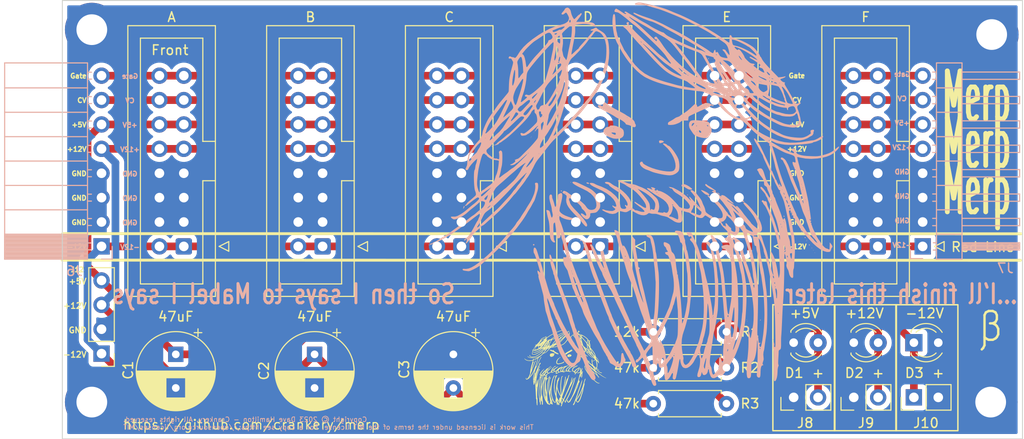
<source format=kicad_pcb>
(kicad_pcb (version 20221018) (generator pcbnew)
  (layers (0 "F.Cu" signal) (31 "B.Cu" signal) (34 "B.Paste" user) (35 "F.Paste" user) (36 "B.SilkS" user "B.Silkscreen") (37 "F.SilkS" user "F.Silkscreen") (38 "B.Mask" user) (39 "F.Mask" user) (44 "Edge.Cuts" user))
  (net 0 "")
  (net 1 "Net-(D1-Pad2)")
  (net 2 "Net-(D2-Pad2)")
  (net 3 "+12V")
  (net 4 "GND")
  (net 5 "+5V")
  (net 6 "-12V")
  (net 7 "CV")
  (net 8 "Net-(D3-Pad1)")
  (net 9 "GATE")
  (footprint "Resistor_THT:R_Axial_DIN0207_L6.3mm_D2.5mm_P7.62mm_Horizontal" (layer "F.Cu") (at 146.62 89.82 180)
    (fp_text reference "R2" (at -2.45 0) (layer "F.SilkS"))
    (fp_text value "47k" (at 10.38 0) (layer "F.SilkS"))
    (pad "1" thru_hole circle (at 0 0 180) (size 1.6 1.6) (drill 0.8) (layers "*.Cu" "*.Mask") (net 2 "Net-(D2-Pad2)"))
    (pad "2" thru_hole oval (at 7.62 0 180) (size 1.6 1.6) (drill 0.8) (layers "*.Cu" "*.Mask") (net 3 "+12V"))
  )
  (footprint "Connector_IDC:IDC-Header_2x08_P2.54mm_Vertical" (layer "F.Cu") (at 104.5565 77.184 180)
    (fp_text reference "J2" hide)
    (fp_text value "B" (at 1.27 23.88) (layer "F.SilkS"))
    (pad "1" thru_hole roundrect (at 0 0 180) (size 1.7 1.7) (drill 1) (layers "*.Cu" "*.Mask") (roundrect_rratio 0.147059) (net 6 "-12V"))
    (pad "2" thru_hole circle (at 2.54 0 180) (size 1.7 1.7) (drill 1) (layers "*.Cu" "*.Mask") (net 6 "-12V"))
    (pad "3" thru_hole circle (at 0 2.54 180) (size 1.7 1.7) (drill 1) (layers "*.Cu" "*.Mask") (net 4 "GND"))
    (pad "4" thru_hole circle (at 2.54 2.54 180) (size 1.7 1.7) (drill 1) (layers "*.Cu" "*.Mask") (net 4 "GND"))
    (pad "5" thru_hole circle (at 0 5.08 180) (size 1.7 1.7) (drill 1) (layers "*.Cu" "*.Mask") (net 4 "GND"))
    (pad "6" thru_hole circle (at 2.54 5.08 180) (size 1.7 1.7) (drill 1) (layers "*.Cu" "*.Mask") (net 4 "GND"))
    (pad "7" thru_hole circle (at 0 7.62 180) (size 1.7 1.7) (drill 1) (layers "*.Cu" "*.Mask") (net 4 "GND"))
    (pad "8" thru_hole circle (at 2.54 7.62 180) (size 1.7 1.7) (drill 1) (layers "*.Cu" "*.Mask") (net 4 "GND"))
    (pad "9" thru_hole circle (at 0 10.16 180) (size 1.7 1.7) (drill 1) (layers "*.Cu" "*.Mask") (net 3 "+12V"))
    (pad "10" thru_hole circle (at 2.54 10.16 180) (size 1.7 1.7) (drill 1) (layers "*.Cu" "*.Mask") (net 3 "+12V"))
    (pad "11" thru_hole circle (at 0 12.7 180) (size 1.7 1.7) (drill 1) (layers "*.Cu" "*.Mask") (net 5 "+5V"))
    (pad "12" thru_hole circle (at 2.54 12.7 180) (size 1.7 1.7) (drill 1) (layers "*.Cu" "*.Mask") (net 5 "+5V"))
    (pad "13" thru_hole circle (at 0 15.24 180) (size 1.7 1.7) (drill 1) (layers "*.Cu" "*.Mask") (net 7 "CV"))
    (pad "14" thru_hole circle (at 2.54 15.24 180) (size 1.7 1.7) (drill 1) (layers "*.Cu" "*.Mask") (net 7 "CV"))
    (pad "15" thru_hole circle (at 0 17.78 180) (size 1.7 1.7) (drill 1) (layers "*.Cu" "*.Mask") (net 9 "GATE"))
    (pad "16" thru_hole circle (at 2.54 17.78 180) (size 1.7 1.7) (drill 1) (layers "*.Cu" "*.Mask") (net 9 "GATE"))
  )
  (footprint "Capacitor_THT:CP_Radial_D8.0mm_P3.50mm" (layer "F.Cu") (at 118.1765 88.427349 -90)
    (fp_text reference "C3" (at 1.572651 5.12 90) (layer "F.SilkS"))
    (fp_text value "47uF" (at -3.927349 0) (layer "F.SilkS"))
    (pad "1" thru_hole rect (at 0 0 270) (size 1.6 1.6) (drill 0.8) (layers "*.Cu" "*.Mask") (net 4 "GND"))
    (pad "2" thru_hole circle (at 3.5 0 270) (size 1.6 1.6) (drill 0.8) (layers "*.Cu" "*.Mask") (net 6 "-12V"))
  )
  (footprint "Library:crankery_small" (layer "F.Cu") (at 129.52 89.928224)
    (fp_text reference "G1" hide)
    (fp_text value "LOGO" hide)
  )
  (footprint "Connector_PinHeader_2.54mm:PinHeader_1x02_P2.54mm_Vertical" (layer "F.Cu") (at 166.14 92.91 90)
    (fp_text reference "J10" (at -2.67 1.26) (layer "F.SilkS"))
    (fp_text value "-12V" hide)
    (pad "1" thru_hole rect (at 0 0 90) (size 1.7 1.7) (drill 1) (layers "*.Cu" "*.Mask") (net 8 "Net-(D3-Pad1)"))
    (pad "2" thru_hole oval (at 0 2.54 90) (size 1.7 1.7) (drill 1) (layers "*.Cu" "*.Mask") (net 4 "GND"))
  )
  (footprint "Connector_IDC:IDC-Header_2x08_P2.54mm_Vertical" (layer "F.Cu") (at 90.1 77.184 180)
    (fp_text reference "J1" hide)
    (fp_text value "A" (at 1.27 23.88) (layer "F.SilkS"))
    (pad "1" thru_hole roundrect (at 0 0 180) (size 1.7 1.7) (drill 1) (layers "*.Cu" "*.Mask") (roundrect_rratio 0.147059) (net 6 "-12V"))
    (pad "2" thru_hole circle (at 2.54 0 180) (size 1.7 1.7) (drill 1) (layers "*.Cu" "*.Mask") (net 6 "-12V"))
    (pad "3" thru_hole circle (at 0 2.54 180) (size 1.7 1.7) (drill 1) (layers "*.Cu" "*.Mask") (net 4 "GND"))
    (pad "4" thru_hole circle (at 2.54 2.54 180) (size 1.7 1.7) (drill 1) (layers "*.Cu" "*.Mask") (net 4 "GND"))
    (pad "5" thru_hole circle (at 0 5.08 180) (size 1.7 1.7) (drill 1) (layers "*.Cu" "*.Mask") (net 4 "GND"))
    (pad "6" thru_hole circle (at 2.54 5.08 180) (size 1.7 1.7) (drill 1) (layers "*.Cu" "*.Mask") (net 4 "GND"))
    (pad "7" thru_hole circle (at 0 7.62 180) (size 1.7 1.7) (drill 1) (layers "*.Cu" "*.Mask") (net 4 "GND"))
    (pad "8" thru_hole circle (at 2.54 7.62 180) (size 1.7 1.7) (drill 1) (layers "*.Cu" "*.Mask") (net 4 "GND"))
    (pad "9" thru_hole circle (at 0 10.16 180) (size 1.7 1.7) (drill 1) (layers "*.Cu" "*.Mask") (net 3 "+12V"))
    (pad "10" thru_hole circle (at 2.54 10.16 180) (size 1.7 1.7) (drill 1) (layers "*.Cu" "*.Mask") (net 3 "+12V"))
    (pad "11" thru_hole circle (at 0 12.7 180) (size 1.7 1.7) (drill 1) (layers "*.Cu" "*.Mask") (net 5 "+5V"))
    (pad "12" thru_hole circle (at 2.54 12.7 180) (size 1.7 1.7) (drill 1) (layers "*.Cu" "*.Mask") (net 5 "+5V"))
    (pad "13" thru_hole circle (at 0 15.24 180) (size 1.7 1.7) (drill 1) (layers "*.Cu" "*.Mask") (net 7 "CV"))
    (pad "14" thru_hole circle (at 2.54 15.24 180) (size 1.7 1.7) (drill 1) (layers "*.Cu" "*.Mask") (net 7 "CV"))
    (pad "15" thru_hole circle (at 0 17.78 180) (size 1.7 1.7) (drill 1) (layers "*.Cu" "*.Mask") (net 9 "GATE"))
    (pad "16" thru_hole circle (at 2.54 17.78 180) (size 1.7 1.7) (drill 1) (layers "*.Cu" "*.Mask") (net 9 "GATE"))
  )
  (footprint "Connector_PinHeader_2.54mm:PinHeader_1x02_P2.54mm_Vertical" (layer "F.Cu") (at 159.88 92.91 90)
    (fp_text reference "J9" (at -2.67 1.27 180) (layer "F.SilkS"))
    (fp_text value "+12V" hide)
    (pad "1" thru_hole rect (at 0 0 90) (size 1.7 1.7) (drill 1) (layers "*.Cu" "*.Mask") (net 4 "GND"))
    (pad "2" thru_hole oval (at 0 2.54 90) (size 1.7 1.7) (drill 1) (layers "*.Cu" "*.Mask") (net 2 "Net-(D2-Pad2)"))
  )
  (footprint "MountingHole:MountingHole_3.2mm_M3_DIN965_Pad" (layer "F.Cu") (at 80.518 54.61)
    (fp_text reference "H3" hide)
    (fp_text value "GND" hide)
    (pad "1" thru_hole circle (at 0 0) (size 5.6 5.6) (drill 3.2) (layers "*.Cu" "*.Mask") (net 4 "GND"))
  )
  (footprint "Capacitor_THT:CP_Radial_D8.0mm_P3.50mm" (layer "F.Cu") (at 103.72 88.427349 -90)
    (fp_text reference "C2" (at 1.722651 5.27 90) (layer "F.SilkS"))
    (fp_text value "47uF" (at -3.927349 0) (layer "F.SilkS"))
    (pad "1" thru_hole rect (at 0 0 270) (size 1.6 1.6) (drill 0.8) (layers "*.Cu" "*.Mask") (net 3 "+12V"))
    (pad "2" thru_hole circle (at 3.5 0 270) (size 1.6 1.6) (drill 0.8) (layers "*.Cu" "*.Mask") (net 4 "GND"))
  )
  (footprint "Connector_IDC:IDC-Header_2x08_P2.54mm_Vertical" (layer "F.Cu") (at 133.4695 77.184 180)
    (fp_text reference "J4" hide)
    (fp_text value "D" (at 1.27 23.88) (layer "F.SilkS"))
    (pad "1" thru_hole roundrect (at 0 0 180) (size 1.7 1.7) (drill 1) (layers "*.Cu" "*.Mask") (roundrect_rratio 0.147059) (net 6 "-12V"))
    (pad "2" thru_hole circle (at 2.54 0 180) (size 1.7 1.7) (drill 1) (layers "*.Cu" "*.Mask") (net 6 "-12V"))
    (pad "3" thru_hole circle (at 0 2.54 180) (size 1.7 1.7) (drill 1) (layers "*.Cu" "*.Mask") (net 4 "GND"))
    (pad "4" thru_hole circle (at 2.54 2.54 180) (size 1.7 1.7) (drill 1) (layers "*.Cu" "*.Mask") (net 4 "GND"))
    (pad "5" thru_hole circle (at 0 5.08 180) (size 1.7 1.7) (drill 1) (layers "*.Cu" "*.Mask") (net 4 "GND"))
    (pad "6" thru_hole circle (at 2.54 5.08 180) (size 1.7 1.7) (drill 1) (layers "*.Cu" "*.Mask") (net 4 "GND"))
    (pad "7" thru_hole circle (at 0 7.62 180) (size 1.7 1.7) (drill 1) (layers "*.Cu" "*.Mask") (net 4 "GND"))
    (pad "8" thru_hole circle (at 2.54 7.62 180) (size 1.7 1.7) (drill 1) (layers "*.Cu" "*.Mask") (net 4 "GND"))
    (pad "9" thru_hole circle (at 0 10.16 180) (size 1.7 1.7) (drill 1) (layers "*.Cu" "*.Mask") (net 3 "+12V"))
    (pad "10" thru_hole circle (at 2.54 10.16 180) (size 1.7 1.7) (drill 1) (layers "*.Cu" "*.Mask") (net 3 "+12V"))
    (pad "11" thru_hole circle (at 0 12.7 180) (size 1.7 1.7) (drill 1) (layers "*.Cu" "*.Mask") (net 5 "+5V"))
    (pad "12" thru_hole circle (at 2.54 12.7 180) (size 1.7 1.7) (drill 1) (layers "*.Cu" "*.Mask") (net 5 "+5V"))
    (pad "13" thru_hole circle (at 0 15.24 180) (size 1.7 1.7) (drill 1) (layers "*.Cu" "*.Mask") (net 7 "CV"))
    (pad "14" thru_hole circle (at 2.54 15.24 180) (size 1.7 1.7) (drill 1) (layers "*.Cu" "*.Mask") (net 7 "CV"))
    (pad "15" thru_hole circle (at 0 17.78 180) (size 1.7 1.7) (drill 1) (layers "*.Cu" "*.Mask") (net 9 "GATE"))
    (pad "16" thru_hole circle (at 2.54 17.78 180) (size 1.7 1.7) (drill 1) (layers "*.Cu" "*.Mask") (net 9 "GATE"))
  )
  (footprint "Capacitor_THT:CP_Radial_D8.0mm_P3.50mm" (layer "F.Cu") (at 89.2635 88.427349 -90)
    (fp_text reference "C1" (at 1.652651 4.96 90) (layer "F.SilkS"))
    (fp_text value "47uF" (at -3.927349 0) (layer "F.SilkS"))
    (pad "1" thru_hole rect (at 0 0 270) (size 1.6 1.6) (drill 0.8) (layers "*.Cu" "*.Mask") (net 5 "+5V"))
    (pad "2" thru_hole circle (at 3.5 0 270) (size 1.6 1.6) (drill 0.8) (layers "*.Cu" "*.Mask") (net 4 "GND"))
  )
  (footprint "Connector_IDC:IDC-Header_2x08_P2.54mm_Vertical" (layer "F.Cu") (at 119.013 77.184 180)
    (fp_text reference "J3" hide)
    (fp_text value "C" (at 1.27 23.88) (layer "F.SilkS"))
    (pad "1" thru_hole roundrect (at 0 0 180) (size 1.7 1.7) (drill 1) (layers "*.Cu" "*.Mask") (roundrect_rratio 0.147059) (net 6 "-12V"))
    (pad "2" thru_hole circle (at 2.54 0 180) (size 1.7 1.7) (drill 1) (layers "*.Cu" "*.Mask") (net 6 "-12V"))
    (pad "3" thru_hole circle (at 0 2.54 180) (size 1.7 1.7) (drill 1) (layers "*.Cu" "*.Mask") (net 4 "GND"))
    (pad "4" thru_hole circle (at 2.54 2.54 180) (size 1.7 1.7) (drill 1) (layers "*.Cu" "*.Mask") (net 4 "GND"))
    (pad "5" thru_hole circle (at 0 5.08 180) (size 1.7 1.7) (drill 1) (layers "*.Cu" "*.Mask") (net 4 "GND"))
    (pad "6" thru_hole circle (at 2.54 5.08 180) (size 1.7 1.7) (drill 1) (layers "*.Cu" "*.Mask") (net 4 "GND"))
    (pad "7" thru_hole circle (at 0 7.62 180) (size 1.7 1.7) (drill 1) (layers "*.Cu" "*.Mask") (net 4 "GND"))
    (pad "8" thru_hole circle (at 2.54 7.62 180) (size 1.7 1.7) (drill 1) (layers "*.Cu" "*.Mask") (net 4 "GND"))
    (pad "9" thru_hole circle (at 0 10.16 180) (size 1.7 1.7) (drill 1) (layers "*.Cu" "*.Mask") (net 3 "+12V"))
    (pad "10" thru_hole circle (at 2.54 10.16 180) (size 1.7 1.7) (drill 1) (layers "*.Cu" "*.Mask") (net 3 "+12V"))
    (pad "11" thru_hole circle (at 0 12.7 180) (size 1.7 1.7) (drill 1) (layers "*.Cu" "*.Mask") (net 5 "+5V"))
    (pad "12" thru_hole circle (at 2.54 12.7 180) (size 1.7 1.7) (drill 1) (layers "*.Cu" "*.Mask") (net 5 "+5V"))
    (pad "13" thru_hole circle (at 0 15.24 180) (size 1.7 1.7) (drill 1) (layers "*.Cu" "*.Mask") (net 7 "CV"))
    (pad "14" thru_hole circle (at 2.54 15.24 180) (size 1.7 1.7) (drill 1) (layers "*.Cu" "*.Mask") (net 7 "CV"))
    (pad "15" thru_hole circle (at 0 17.78 180) (size 1.7 1.7) (drill 1) (layers "*.Cu" "*.Mask") (net 9 "GATE"))
    (pad "16" thru_hole circle (at 2.54 17.78 180) (size 1.7 1.7) (drill 1) (layers "*.Cu" "*.Mask") (net 9 "GATE"))
  )
  (footprint "LED_THT:LED_D3.0mm" (layer "F.Cu") (at 166.14 87.21)
    (fp_text reference "D3" (at 1.125 3.16) (layer "F.SilkS") (effects (justify right)))
    (fp_text value "-12V" (at 1.125 -3.06) (layer "F.SilkS"))
    (pad "1" thru_hole rect (at 0 0) (size 1.8 1.8) (drill 0.9) (layers "*.Cu" "*.Mask") (net 8 "Net-(D3-Pad1)"))
    (pad "2" thru_hole circle (at 2.54 0) (size 1.8 1.8) (drill 0.9) (layers "*.Cu" "*.Mask") (net 4 "GND"))
  )
  (footprint "Resistor_THT:R_Axial_DIN0207_L6.3mm_D2.5mm_P7.62mm_Horizontal" (layer "F.Cu") (at 146.62 93.560001 180)
    (fp_text reference "R3" (at -2.45 0) (layer "F.SilkS"))
    (fp_text value "47k" (at 10.38 0) (layer "F.SilkS"))
    (pad "1" thru_hole circle (at 0 0 180) (size 1.6 1.6) (drill 0.8) (layers "*.Cu" "*.Mask") (net 8 "Net-(D3-Pad1)"))
    (pad "2" thru_hole oval (at 7.62 0 180) (size 1.6 1.6) (drill 0.8) (layers "*.Cu" "*.Mask") (net 6 "-12V"))
  )
  (footprint "MountingHole:MountingHole_3.2mm_M3_DIN965_Pad" (layer "F.Cu") (at 174.244 55.118)
    (fp_text reference "H2" hide)
    (fp_text value "GND" hide)
    (pad "1" thru_hole circle (at 0 0) (size 5.6 5.6) (drill 3.2) (layers "*.Cu" "*.Mask") (net 4 "GND"))
  )
  (footprint "LED_THT:LED_D3.0mm" (layer "F.Cu") (at 153.62 87.21)
    (fp_text reference "D1" (at 1.125 3.16 180) (layer "F.SilkS") (effects (justify right)))
    (fp_text value "+5V" (at 1.125 -3.06) (layer "F.SilkS"))
    (pad "1" thru_hole rect (at 0 0) (size 1.8 1.8) (drill 0.9) (layers "*.Cu" "*.Mask") (net 4 "GND"))
    (pad "2" thru_hole circle (at 2.54 0) (size 1.8 1.8) (drill 0.9) (layers "*.Cu" "*.Mask") (net 1 "Net-(D1-Pad2)"))
  )
  (footprint "Connector_PinHeader_2.54mm:PinHeader_1x02_P2.54mm_Vertical" (layer "F.Cu") (at 153.62 92.91 90)
    (fp_text reference "J8" (at -2.67 1.2) (layer "F.SilkS"))
    (fp_text value "+5V" hide)
    (pad "1" thru_hole rect (at 0 0 90) (size 1.7 1.7) (drill 1) (layers "*.Cu" "*.Mask") (net 4 "GND"))
    (pad "2" thru_hole oval (at 0 2.54 90) (size 1.7 1.7) (drill 1) (layers "*.Cu" "*.Mask") (net 1 "Net-(D1-Pad2)"))
  )
  (footprint "LED_THT:LED_D3.0mm" (layer "F.Cu") (at 159.88 87.21)
    (fp_text reference "D2" (at 1.125 3.16) (layer "F.SilkS") (effects (justify right)))
    (fp_text value "+12V" (at 1.125 -3.06) (layer "F.SilkS"))
    (pad "1" thru_hole rect (at 0 0) (size 1.8 1.8) (drill 0.9) (layers "*.Cu" "*.Mask") (net 4 "GND"))
    (pad "2" thru_hole circle (at 2.54 0) (size 1.8 1.8) (drill 0.9) (layers "*.Cu" "*.Mask") (net 2 "Net-(D2-Pad2)"))
  )
  (footprint "MountingHole:MountingHole_3.2mm_M3_DIN965_Pad" (layer "F.Cu") (at 174.14 93.4)
    (fp_text reference "H1" hide)
    (fp_text value "GND" hide)
    (pad "1" thru_hole circle (at 0 0) (size 5.6 5.6) (drill 3.2) (layers "*.Cu" "*.Mask") (net 4 "GND"))
  )
  (footprint "Resistor_THT:R_Axial_DIN0207_L6.3mm_D2.5mm_P7.62mm_Horizontal" (layer "F.Cu") (at 146.62 86.08 180)
    (fp_text reference "R1" (at -2.45 0) (layer "F.SilkS"))
    (fp_text value "12k" (at 10.38 0) (layer "F.SilkS"))
    (pad "1" thru_hole circle (at 0 0 180) (size 1.6 1.6) (drill 0.8) (layers "*.Cu" "*.Mask") (net 1 "Net-(D1-Pad2)"))
    (pad "2" thru_hole oval (at 7.62 0 180) (size 1.6 1.6) (drill 0.8) (layers "*.Cu" "*.Mask") (net 5 "+5V"))
  )
  (footprint "Connector_IDC:IDC-Header_2x08_P2.54mm_Vertical" (layer "F.Cu") (at 147.926 77.184 180)
    (fp_text reference "J5" hide)
    (fp_text value "E" (at 1.27 23.88) (layer "F.SilkS"))
    (pad "1" thru_hole roundrect (at 0 0 180) (size 1.7 1.7) (drill 1) (layers "*.Cu" "*.Mask") (roundrect_rratio 0.147059) (net 6 "-12V"))
    (pad "2" thru_hole circle (at 2.54 0 180) (size 1.7 1.7) (drill 1) (layers "*.Cu" "*.Mask") (net 6 "-12V"))
    (pad "3" thru_hole circle (at 0 2.54 180) (size 1.7 1.7) (drill 1) (layers "*.Cu" "*.Mask") (net 4 "GND"))
    (pad "4" thru_hole circle (at 2.54 2.54 180) (size 1.7 1.7) (drill 1) (layers "*.Cu" "*.Mask") (net 4 "GND"))
    (pad "5" thru_hole circle (at 0 5.08 180) (size 1.7 1.7) (drill 1) (layers "*.Cu" "*.Mask") (net 4 "GND"))
    (pad "6" thru_hole circle (at 2.54 5.08 180) (size 1.7 1.7) (drill 1) (layers "*.Cu" "*.Mask") (net 4 "GND"))
    (pad "7" thru_hole circle (at 0 7.62 180) (size 1.7 1.7) (drill 1) (layers "*.Cu" "*.Mask") (net 4 "GND"))
    (pad "8" thru_hole circle (at 2.54 7.62 180) (size 1.7 1.7) (drill 1) (layers "*.Cu" "*.Mask") (net 4 "GND"))
    (pad "9" thru_hole circle (at 0 10.16 180) (size 1.7 1.7) (drill 1) (layers "*.Cu" "*.Mask") (net 3 "+12V"))
    (pad "10" thru_hole circle (at 2.54 10.16 180) (size 1.7 1.7) (drill 1) (layers "*.Cu" "*.Mask") (net 3 "+12V"))
    (pad "11" thru_hole circle (at 0 12.7 180) (size 1.7 1.7) (drill 1) (layers "*.Cu" "*.Mask") (net 5 "+5V"))
    (pad "12" thru_hole circle (at 2.54 12.7 180) (size 1.7 1.7) (drill 1) (layers "*.Cu" "*.Mask") (net 5 "+5V"))
    (pad "13" thru_hole circle (at 0 15.24 180) (size 1.7 1.7) (drill 1) (layers "*.Cu" "*.Mask") (net 7 "CV"))
    (pad "14" thru_hole circle (at 2.54 15.24 180) (size 1.7 1.7) (drill 1) (layers "*.Cu" "*.Mask") (net 7 "CV"))
    (pad "15" thru_hole circle (at 0 17.78 180) (size 1.7 1.7) (drill 1) (layers "*.Cu" "*.Mask") (net 9 "GATE"))
    (pad "16" thru_hole circle (at 2.54 17.78 180) (size 1.7 1.7) (drill 1) (layers "*.Cu" "*.Mask") (net 9 "GATE"))
  )
  (footprint "MountingHole:MountingHole_3.2mm_M3_DIN965_Pad" (layer "F.Cu") (at 80.518 93.4)
    (fp_text reference "H4" hide)
    (fp_text value "GND" hide)
    (pad "1" thru_hole circle (at 0 0) (size 5.6 5.6) (drill 3.2) (layers "*.Cu" "*.Mask") (net 4 "GND"))
  )
  (footprint "Connector_IDC:IDC-Header_2x08_P2.54mm_Vertical" (layer "F.Cu") (at 162.3825 77.184 180)
    (fp_text reference "J11" hide)
    (fp_text value "F" (at 1.27 23.88) (layer "F.SilkS"))
    (pad "1" thru_hole roundrect (at 0 0 180) (size 1.7 1.7) (drill 1) (layers "*.Cu" "*.Mask") (roundrect_rratio 0.147059) (net 6 "-12V"))
    (pad "2" thru_hole circle (at 2.54 0 180) (size 1.7 1.7) (drill 1) (layers "*.Cu" "*.Mask") (net 6 "-12V"))
    (pad "3" thru_hole circle (at 0 2.54 180) (size 1.7 1.7) (drill 1) (layers "*.Cu" "*.Mask") (net 4 "GND"))
    (pad "4" thru_hole circle (at 2.54 2.54 180) (size 1.7 1.7) (drill 1) (layers "*.Cu" "*.Mask") (net 4 "GND"))
    (pad "5" thru_hole circle (at 0 5.08 180) (size 1.7 1.7) (drill 1) (layers "*.Cu" "*.Mask") (net 4 "GND"))
    (pad "6" thru_hole circle (at 2.54 5.08 180) (size 1.7 1.7) (drill 1) (layers "*.Cu" "*.Mask") (net 4 "GND"))
    (pad "7" thru_hole circle (at 0 7.62 180) (size 1.7 1.7) (drill 1) (layers "*.Cu" "*.Mask") (net 4 "GND"))
    (pad "8" thru_hole circle (at 2.54 7.62 180) (size 1.7 1.7) (drill 1) (layers "*.Cu" "*.Mask") (net 4 "GND"))
    (pad "9" thru_hole circle (at 0 10.16 180) (size 1.7 1.7) (drill 1) (layers "*.Cu" "*.Mask") (net 3 "+12V"))
    (pad "10" thru_hole circle (at 2.54 10.16 180) (size 1.7 1.7) (drill 1) (layers "*.Cu" "*.Mask") (net 3 "+12V"))
    (pad "11" thru_hole circle (at 0 12.7 180) (size 1.7 1.7) (drill 1) (layers "*.Cu" "*.Mask") (net 5 "+5V"))
    (pad "12" thru_hole circle (at 2.54 12.7 180) (size 1.7 1.7) (drill 1) (layers "*.Cu" "*.Mask") (net 5 "+5V"))
    (pad "13" thru_hole circle (at 0 15.24 180) (size 1.7 1.7) (drill 1) (layers "*.Cu" "*.Mask") (net 7 "CV"))
    (pad "14" thru_hole circle (at 2.54 15.24 180) (size 1.7 1.7) (drill 1) (layers "*.Cu" "*.Mask") (net 7 "CV"))
    (pad "15" thru_hole circle (at 0 17.78 180) (size 1.7 1.7) (drill 1) (layers "*.Cu" "*.Mask") (net 9 "GATE"))
    (pad "16" thru_hole circle (at 2.54 17.78 180) (size 1.7 1.7) (drill 1) (layers "*.Cu" "*.Mask") (net 9 "GATE"))
  )
  (footprint "Connector_PinHeader_2.54mm:PinHeader_1x04_P2.54mm_Vertical" (layer "F.Cu") (at 81.53 88.35 180)
    (fp_text reference "J12" (at 2.52 8.75 180) (layer "F.SilkS") (effects (font (size 0.5 0.5) (thickness 0.125))))
    (fp_text value "Conn_01x04_Male" hide)
    (pad "1" thru_hole rect (at 0 0 180) (size 1.7 1.7) (drill 1) (layers "*.Cu" "*.Mask") (net 6 "-12V"))
    (pad "2" thru_hole oval (at 0 2.54 180) (size 1.7 1.7) (drill 1) (layers "*.Cu" "*.Mask") (net 4 "GND"))
    (pad "3" thru_hole oval (at 0 5.08 180) (size 1.7 1.7) (drill 1) (layers "*.Cu" "*.Mask") (net 3 "+12V"))
    (pad "4" thru_hole oval (at 0 7.62 180) (size 1.7 1.7) (drill 1) (layers "*.Cu" "*.Mask") (net 5 "+5V"))
  )
  (footprint "Library:crankery.kicad_mod" (layer "B.Cu") (at 138.590478 72.131603 180)
    (fp_text reference "G***" hide)
    (fp_text value "LOGO" hide)
  )
  (footprint "Connector_PinSocket_2.54mm:PinSocket_1x08_P2.54mm_Horizontal" (layer "B.Cu") (at 81.53 77.184)
    (fp_text reference "J6" (at -2.82 2.566) (layer "B.SilkS") (effects (justify mirror)))
    (fp_text value "IO1" hide)
    (pad "1" thru_hole rect (at 0 0) (size 1.7 1.7) (drill 1) (layers "*.Cu" "*.Mask") (net 6 "-12V"))
    (pad "2" thru_hole oval (at 0 -2.54) (size 1.7 1.7) (drill 1) (layers "*.Cu" "*.Mask") (net 4 "GND"))
    (pad "3" thru_hole oval (at 0 -5.08) (size 1.7 1.7) (drill 1) (layers "*.Cu" "*.Mask") (net 4 "GND"))
    (pad "4" thru_hole oval (at 0 -7.62) (size 1.7 1.7) (drill 1) (layers "*.Cu" "*.Mask") (net 4 "GND"))
    (pad "5" thru_hole oval (at 0 -10.16) (size 1.7 1.7) (drill 1) (layers "*.Cu" "*.Mask") (net 3 "+12V"))
    (pad "6" thru_hole oval (at 0 -12.7) (size 1.7 1.7) (drill 1) (layers "*.Cu" "*.Mask") (net 5 "+5V"))
    (pad "7" thru_hole oval (at 0 -15.24) (size 1.7 1.7) (drill 1) (layers "*.Cu" "*.Mask") (net 7 "CV"))
    (pad "8" thru_hole oval (at 0 -17.78) (size 1.7 1.7) (drill 1) (layers "*.Cu" "*.Mask") (net 9 "GATE"))
  )
  (footprint "Connector_PinHeader_2.54mm:PinHeader_1x08_P2.54mm_Horizontal" (layer "B.Cu") (at 167.055 77.184)
    (fp_text reference "J7" (at 8.615 2.27 180) (layer "B.SilkS") (effects (justify mirror)))
    (fp_text value "IO2")
    (pad "1" thru_hole rect (at 0 0) (size 1.7 1.7) (drill 1) (layers "*.Cu" "*.Mask") (net 6 "-12V"))
    (pad "2" thru_hole oval (at 0 -2.54) (size 1.7 1.7) (drill 1) (layers "*.Cu" "*.Mask") (net 4 "GND"))
    (pad "3" thru_hole oval (at 0 -5.08) (size 1.7 1.7) (drill 1) (layers "*.Cu" "*.Mask") (net 4 "GND"))
    (pad "4" thru_hole oval (at 0 -7.62) (size 1.7 1.7) (drill 1) (layers "*.Cu" "*.Mask") (net 4 "GND"))
    (pad "5" thru_hole oval (at 0 -10.16) (size 1.7 1.7) (drill 1) (layers "*.Cu" "*.Mask") (net 3 "+12V"))
    (pad "6" thru_hole oval (at 0 -12.7) (size 1.7 1.7) (drill 1) (layers "*.Cu" "*.Mask") (net 5 "+5V"))
    (pad "7" thru_hole oval (at 0 -15.24) (size 1.7 1.7) (drill 1) (layers "*.Cu" "*.Mask") (net 7 "CV"))
    (pad "8" thru_hole oval (at 0 -17.78) (size 1.7 1.7) (drill 1) (layers "*.Cu" "*.Mask") (net 9 "GATE"))
  )
  (gr_line (start 77.47 75.855) (end 177.271 75.87) (stroke (width 0.3)) (layer "F.SilkS"))
  (gr_line (start 77.43 78.615) (end 177.231 78.63) (stroke (width 0.3)) (layer "F.SilkS"))
  (gr_rect (start 157.86 83.26) (end 164.32 96.38) (stroke (width 0.15)) (fill none) (layer "F.SilkS"))
  (gr_rect (start 151.455 83.26) (end 157.915 96.38) (stroke (width 0.15)) (fill none) (layer "F.SilkS"))
  (gr_rect (start 164.265 83.26) (end 170.725 96.38) (stroke (width 0.15)) (fill none) (layer "F.SilkS"))
  (gr_rect (start 77.45 51.57) (end 177.45 97.23) (stroke (width 0.1)) (fill none) (layer "Edge.Cuts"))
  (gr_text "+12V" (at 164.92 66.878571) (layer "B.SilkS") (effects (font (size 0.5 0.5) (thickness 0.125)) (justify mirror)))
  (gr_text "So then I says to Mabel I says" (at 82.47 82.15) (layer "B.SilkS") (effects (font (size 2 1.5) (thickness 0.3)) (justify right mirror)))
  (gr_text "Copyright © 2023 Dave Hamilton - Crankery. All rights reserved.\nThis work is licensed under the terms of the MIT license. For a copy see https://opensource.org/licenses/MIT" (at 83.745 95.61375) (layer "B.SilkS") (effects (font (size 0.5 0.5) (thickness 0.075)) (justify right mirror)))
  (gr_text "CV" (at 164.92 61.792857) (layer "B.SilkS") (effects (font (size 0.5 0.5) (thickness 0.125)) (justify mirror)))
  (gr_text "GND" (at 164.92 74.507142) (layer "B.SilkS") (effects (font (size 0.5 0.5) (thickness 0.125)) (justify mirror)))
  (gr_text "+5V" (at 84.49 64.545714) (layer "B.SilkS") (effects (font (size 0.5 0.5) (thickness 0.125)) (justify mirror)))
  (gr_text "+5V" (at 164.92 64.335714) (layer "B.SilkS") (effects (font (size 0.5 0.5) (thickness 0.125)) (justify mirror)))
  (gr_text "-12V" (at 164.92 77.05) (layer "B.SilkS") (effects (font (size 0.5 0.5) (thickness 0.125)) (justify mirror)))
  (gr_text "GND" (at 84.49 72.174285) (layer "B.SilkS") (effects (font (size 0.5 0.5) (thickness 0.125)) (justify mirror)))
  (gr_text "GND" (at 164.92 71.964285) (layer "B.SilkS") (effects (font (size 0.5 0.5) (thickness 0.125)) (justify mirror)))
  (gr_text "GND" (at 84.49 69.631428) (layer "B.SilkS") (effects (font (size 0.5 0.5) (thickness 0.125)) (justify mirror)))
  (gr_text "GND" (at 164.92 69.421428) (layer "B.SilkS") (effects (font (size 0.5 0.5) (thickness 0.125)) (justify mirror)))
  (gr_text "Gate" (at 164.92 59.25) (layer "B.SilkS") (effects (font (size 0.5 0.5) (thickness 0.125)) (justify mirror)))
  (gr_text "GND" (at 84.49 74.717142) (layer "B.SilkS") (effects (font (size 0.5 0.5) (thickness 0.125)) (justify mirror)))
  (gr_text "...I'll finish this later" (at 177.11 82.15) (layer "B.SilkS") (effects (font (size 2 1.5) (thickness 0.3)) (justify left mirror)))
  (gr_text "+12V" (at 84.49 67.09) (layer "B.SilkS") (effects (font (size 0.5 0.5) (thickness 0.125)) (justify mirror)))
  (gr_text "-12V" (at 84.49 77.26) (layer "B.SilkS") (effects (font (size 0.5 0.5) (thickness 0.125)) (justify mirror)))
  (gr_text "Gate" (at 84.49 59.46) (layer "B.SilkS") (effects (font (size 0.5 0.5) (thickness 0.125)) (justify mirror)))
  (gr_text "CV" (at 84.49 62.002857) (layer "B.SilkS") (effects (font (size 0.5 0.5) (thickness 0.125)) (justify mirror)))
  (gr_text "https://github.com/crankery/merp\n" (at 83.69 95.75) (layer "F.SilkS") (effects (font (size 1 1) (thickness 0.125)) (justify left)))
  (gr_text "Merp" (at 172.67 61.62) (layer "F.SilkS") (effects (font (size 5 2) (thickness 0.5))))
  (gr_text "Front" (at 88.646 56.74) (layer "F.SilkS") (effects (font (size 1 1))))
  (gr_text "-12V" (at 78.953334 77.23) (layer "F.SilkS") (effects (font (size 0.5 0.5) (thickness 0.125))))
  (gr_text "Gate" (at 153.95 59.41) (layer "F.SilkS") (effects (font (size 0.5 0.5) (thickness 0.125))))
  (gr_text "Merp" (at 172.67 66.46) (layer "F.SilkS") (effects (font (size 5 2) (thickness 0.5))))
  (gr_text "GND" (at 153.95 72.124285) (layer "F.SilkS") (effects (font (size 0.5 0.5) (thickness 0.125))))
  (gr_text "+" (at 162.42 90.37) (layer "F.SilkS") (effects (font (size 1 1))))
  (gr_text "β" (at 174.14 85.5375) (layer "F.SilkS") (effects (font (size 3 3) (thickness 0.25))))
  (gr_text "GND" (at 153.95 69.581428) (layer "F.SilkS") (effects (font (size 0.5 0.5) (thickness 0.125))))
  (gr_text "Merp" (at 172.67 71.3) (layer "F.SilkS") (effects (font (size 5 2) (thickness 0.5))))
  (gr_text "GND" (at 79.039048 85.91) (layer "F.SilkS") (effects (font (size 0.6 0.6) (thickness 0.125))))
  (gr_text "+5V" (at 79.191429 64.515714) (layer "F.SilkS") (effects (font (size 0.5 0.5) (thickness 0.125))))
  (gr_text "GND" (at 79.191429 69.601428) (layer "F.SilkS") (effects (font (size 0.5 0.5) (thickness 0.125))))
  (gr_text "+12V" (at 153.95 67.04) (layer "F.SilkS") (effects (font (size 0.5 0.5) (thickness 0.125))))
  (gr_text "GND" (at 79.191429 72.144285) (layer "F.SilkS") (effects (font (size 0.5 0.5) (thickness 0.125))))
  (gr_text "CV" (at 153.95 61.952857) (layer "F.SilkS") (effects (font (size 0.5 0.5) (thickness 0.125))))
  (gr_text "-12V" (at 78.753334 88.45) (layer "F.SilkS") (effects (font (size 0.6 0.6) (thickness 0.125))))
  (gr_text "Gate" (at 79.12 59.43) (layer "F.SilkS") (effects (font (size 0.5 0.5) (thickness 0.125))))
  (gr_text "+5V" (at 79.039048 80.83) (layer "F.SilkS") (effects (font (size 0.6 0.6) (thickness 0.125))))
  (gr_text "+" (at 156.16 90.37) (layer "F.SilkS") (effects (font (size 1 1))))
  (gr_text "+12V" (at 78.753334 83.37) (layer "F.SilkS") (effects (font (size 0.6 0.6) (thickness 0.125))))
  (gr_text "-12V" (at 153.95 77.21) (layer "F.SilkS") (effects (font (size 0.5 0.5) (thickness 0.125))))
  (gr_text "GND" (at 79.191429 74.687142) (layer "F.SilkS") (effects (font (size 0.5 0.5) (thickness 0.125))))
  (gr_text "GND" (at 153.95 74.667142) (layer "F.SilkS") (effects (font (size 0.5 0.5) (thickness 0.125))))
  (gr_text "+5V" (at 153.95 64.495714) (layer "F.SilkS") (effects (font (size 0.5 0.5) (thickness 0.125))))
  (gr_text "CV" (at 79.489048 61.972857) (layer "F.SilkS") (effects (font (size 0.5 0.5) (thickness 0.125))))
  (gr_text "Red Line" (at 173.32 77.25) (layer "F.SilkS") (effects (font (size 1 1))))
  (gr_text "+12V" (at 78.953334 67.058571) (layer "F.SilkS") (effects (font (size 0.5 0.5) (thickness 0.125))))
  (gr_text "+" (at 168.68 90.37) (layer "F.SilkS") (effects (font (size 1 1))))
  (segment (start 156.16 87.21) (end 156.16 92.91) (width 0.8) (layer "F.Cu") (net 1))
  (segment (start 155.932792 85.71) (end 146.99 85.71) (width 0.8) (layer "F.Cu") (net 1))
  (segment (start 156.16 87.21) (end 156.16 85.937208) (width 0.8) (layer "F.Cu") (net 1))
  (segment (start 146.99 85.71) (end 146.62 86.08) (width 0.8) (layer "F.Cu") (net 1))
  (segment (start 156.16 85.937208) (end 155.932792 85.71) (width 0.8) (layer "F.Cu") (net 1))
  (segment (start 145.22 85.500101) (end 145.22 88.42) (width 0.8) (layer "F.Cu") (net 2))
  (segment (start 162.42 85.937208) (end 161.162792 84.68) (width 0.8) (layer "F.Cu") (net 2))
  (segment (start 145.22 88.42) (end 146.62 89.82) (width 0.8) (layer "F.Cu") (net 2))
  (segment (start 146.040101 84.68) (end 145.22 85.500101) (width 0.8) (layer "F.Cu") (net 2))
  (segment (start 161.162792 84.68) (end 146.040101 84.68) (width 0.8) (layer "F.Cu") (net 2))
  (segment (start 162.42 87.21) (end 162.42 85.937208) (width 0.8) (layer "F.Cu") (net 2))
  (segment (start 162.42 87.21) (end 162.42 92.91) (width 0.8) (layer "F.Cu") (net 2))
  (segment (start 138.992651 89.827349) (end 105.12 89.827349) (width 0.8) (layer "F.Cu") (net 3))
  (segment (start 88.57 90.31) (end 101.837349 90.31) (width 0.8) (layer "F.Cu") (net 3))
  (segment (start 139 89.82) (end 138.992651 89.827349) (width 0.8) (layer "F.Cu") (net 3))
  (segment (start 101.837349 90.31) (end 103.72 88.427349) (width 0.8) (layer "F.Cu") (net 3))
  (segment (start 105.12 89.827349) (end 103.72 88.427349) (width 0.8) (layer "F.Cu") (net 3))
  (segment (start 87.56 67.024) (end 81.53 67.024) (width 0.8) (layer "F.Cu") (net 3))
  (segment (start 139 90.05) (end 139 89.82) (width 0.8) (layer "F.Cu") (net 3))
  (segment (start 167.055 67.024) (end 87.56 67.024) (width 0.8) (layer "F.Cu") (net 3))
  (segment (start 81.53 83.27) (end 88.57 90.31) (width 0.8) (layer "F.Cu") (net 3))
  (segment (start 82.98 81.82) (end 82.98 68.474) (width 0.8) (layer "B.Cu") (net 3))
  (segment (start 81.53 83.27) (end 82.98 81.82) (width 0.8) (layer "B.Cu") (net 3))
  (segment (start 82.98 68.474) (end 81.53 67.024) (width 0.8) (layer "B.Cu") (net 3))
  (segment (start 103.267349 86.08) (end 102.143675 87.203675) (width 0.8) (layer "F.Cu") (net 5))
  (segment (start 102.143675 87.203675) (end 101.013675 88.333675) (width 0.8) (layer "F.Cu") (net 5))
  (segment (start 100.920001 88.427349) (end 101.013675 88.333675) (width 0.8) (layer "F.Cu") (net 5))
  (segment (start 81.53 80.73) (end 80.07 79.27) (width 0.8) (layer "F.Cu") (net 5))
  (segment (start 102.143675 87.203675) (end 103.26735 86.08) (width 0.8) (layer "F.Cu") (net 5))
  (segment (start 89.227349 88.427349) (end 89.2635 88.427349) (width 0.8) (layer "F.Cu") (net 5))
  (segment (start 89.2635 88.427349) (end 100.920001 88.427349) (width 0.8) (layer "F.Cu") (net 5))
  (segment (start 87.56 64.484) (end 81.53 64.484) (width 0.8) (layer "F.Cu") (net 5))
  (segment (start 80.624 65.39) (end 81.53 64.484) (width 0.8) (layer "F.Cu") (net 5))
  (segment (start 103.26735 86.08) (end 139 86.08) (width 0.8) (layer "F.Cu") (net 5))
  (segment (start 81.53 80.73) (end 89.227349 88.427349) (width 0.8) (layer "F.Cu") (net 5))
  (segment (start 80.07 65.944) (end 81.53 64.484) (width 0.8) (layer "F.Cu") (net 5))
  (segment (start 87.56 64.484) (end 167.055 64.484) (width 0.8) (layer "F.Cu") (net 5))
  (segment (start 80.07 79.27) (end 80.07 65.944) (width 0.8) (layer "F.Cu") (net 5))
  (segment (start 81.53 88.35) (end 86.507349 93.327349) (width 0.8) (layer "F.Cu") (net 6))
  (segment (start 87.56 77.184) (end 167.055 77.184) (width 0.8) (layer "F.Cu") (net 6))
  (segment (start 139 93.560001) (end 119.809152 93.560001) (width 0.8) (layer "F.Cu") (net 6))
  (segment (start 81.53 77.184) (end 87.56 77.184) (width 0.8) (layer "F.Cu") (net 6))
  (segment (start 86.507349 93.327349) (end 116.7765 93.327349) (width 0.8) (layer "F.Cu") (net 6))
  (segment (start 119.809152 93.560001) (end 118.1765 91.927349) (width 0.8) (layer "F.Cu") (net 6))
  (segment (start 116.7765 93.327349) (end 118.1765 91.927349) (width 0.8) (layer "F.Cu") (net 6))
  (segment (start 81.53 88.35) (end 80.07 86.89) (width 0.8) (layer "B.Cu") (net 6))
  (segment (start 80.07 86.89) (end 80.07 78.644) (width 0.8) (layer "B.Cu") (net 6))
  (segment (start 80.07 78.644) (end 81.53 77.184) (width 0.8) (layer "B.Cu") (net 6))
  (segment (start 81.53 61.944) (end 167.055 61.944) (width 0.8) (layer "F.Cu") (net 7))
  (segment (start 144.22 91.160001) (end 146.62 93.560001) (width 0.8) (layer "F.Cu") (net 8))
  (segment (start 144.22 85.085887) (end 144.22 91.160001) (width 0.8) (layer "F.Cu") (net 8))
  (segment (start 166.14 87.21) (end 162.57 83.64) (width 0.8) (layer "F.Cu") (net 8))
  (segment (start 162.57 83.64) (end 145.665887 83.64) (width 0.8) (layer "F.Cu") (net 8))
  (segment (start 145.665887 83.64) (end 144.22 85.085887) (width 0.8) (layer "F.Cu") (net 8))
  (segment (start 166.14 92.91) (end 166.14 87.21) (width 0.8) (layer "F.Cu") (net 8))
  (segment (start 81.53 59.404) (end 167.055 59.404) (width 0.8) (layer "F.Cu") (net 9))
  (zone (net 4) (net_name "GND") (layer "B.Cu") (connect_pads yes (clearance 0.508)) (min_thickness 0.254) (fill yes (thermal_gap 0.508) (thermal_bridge_width 0.508))
    (polygon (pts (xy 177.4 51.68) (xy 177.62 97.04) (xy 77.54 96.9) (xy 77.61 51.61)))
  )
)
</source>
